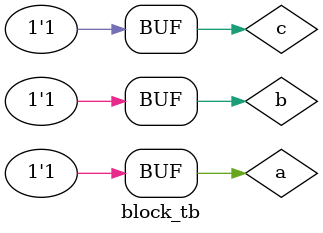
<source format=sv>


/*
:name: block_names_seq
:description: sequential block names check
:tags: 9.3.4
*/
module block_tb ();
	reg a = 0;
	reg b = 0;
	reg c = 0;
	initial
		begin: name
			a = 1;
			b = a;
			c = b;
		end: name
endmodule

</source>
